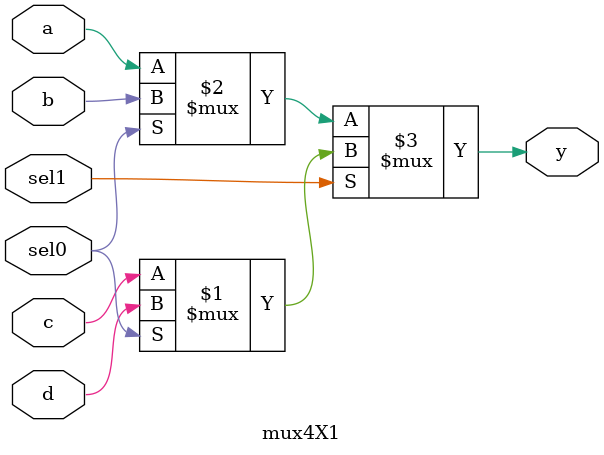
<source format=v>
module mux4X1(output y,input sel1,sel0,a,b,c,d);
assign y=sel1?(sel0?d:c):(sel0?b:a);
endmodule

</source>
